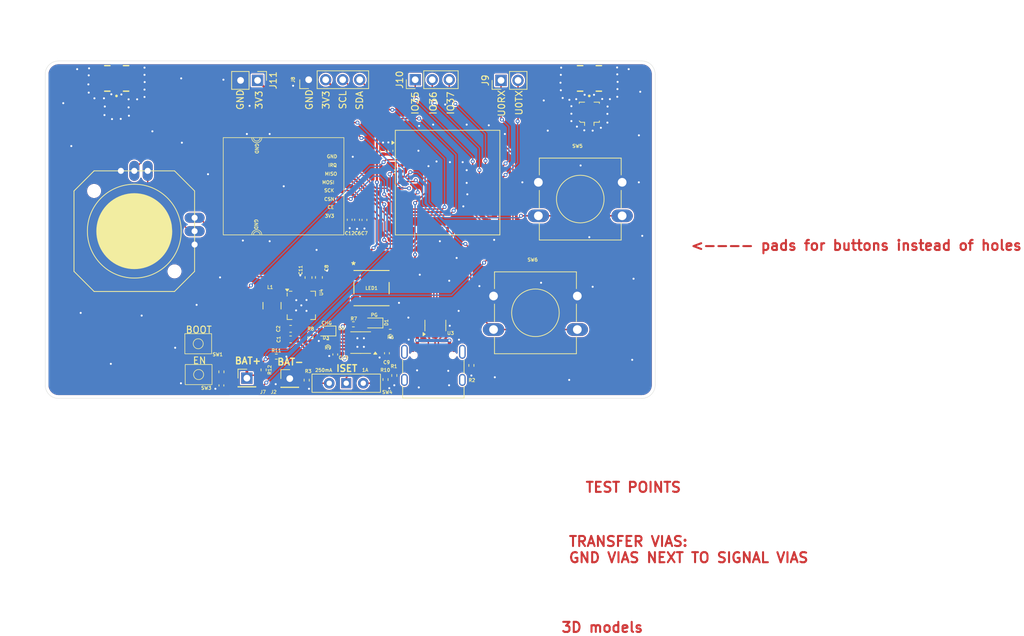
<source format=kicad_pcb>
(kicad_pcb (version 20240108) (generator "pcbnew") (generator_version "8.0")
  (layers (0 "F.Cu" signal) (1 "In1.Cu" signal) (2 "In2.Cu" signal) (31 "B.Cu" signal) (34 "B.Paste" user) (35 "F.Paste" user) (36 "B.SilkS" user "B.Silkscreen") (37 "F.SilkS" user "F.Silkscreen") (38 "B.Mask" user) (39 "F.Mask" user) (44 "Edge.Cuts" user))
  (net 0 "")
  (net 1 "/BUCKBOOST_IN")
  (net 2 "GND")
  (net 3 "Net-(D1-K)")
  (net 4 "/CE")
  (net 5 "Net-(D1-A)")
  (net 7 "Net-(D3-K)")
  (net 9 "Net-(D3-A)")
  (net 10 "Net-(U1-EN)")
  (net 11 "/SCL")
  (net 12 "/D+")
  (net 13 "/SPI2_MOSI")
  (net 14 "/SDA")
  (net 15 "Net-(L1-Pad1)")
  (net 16 "Net-(U1-IO0)")
  (net 17 "Net-(L1-Pad2)")
  (net 20 "/SPI2_CS0")
  (net 21 "/RGB_DIN")
  (net 22 "+3V3")
  (net 23 "/SPI2_CLK")
  (net 25 "/SPI2_MISO")
  (net 26 "Net-(SW4-C)")
  (net 28 "/D-")
  (net 30 "Net-(U3-VBUS)")
  (net 32 "Net-(J1-CC1)")
  (net 34 "Net-(J1-CC2)")
  (net 37 "Net-(J3-In)")
  (net 38 "Net-(J4-In)")
  (net 39 "Net-(U5-PRETERM)")
  (net 40 "Net-(U5-TS)")
  (net 41 "/Dusb+")
  (net 42 "/Dusb-")
  (net 43 "Net-(SW4-A)")
  (net 44 "/BAT_MON")
  (net 45 "Net-(SW4-B)")
  (net 46 "/UP_BTN")
  (net 47 "/DOWN_BTN")
  (net 54 "/GPIO35")
  (net 55 "/GPIO37")
  (net 56 "/GPIO36")
  (net 57 "/IRQ")
  (net 58 "/U0TX")
  (net 59 "/U0RX")
  (net 67 "/X_Joystick")
  (net 68 "/Y_Joystick")
  (footprint "Capacitor_SMD:C_0402_1005Metric" (layer "F.Cu") (at 101.725 120.42 90)
    (property "Reference" "C4" (hide yes))
    (property "Value" "100n" (hide yes))
  )
  (footprint "Capacitor_SMD:C_0402_1005Metric" (layer "F.Cu") (at 96.745 130.7 -90)
    (property "Reference" "C6")
    (property "Value" "1u")
  )
  (footprint "Resistor_SMD:R_0402_1005Metric" (layer "F.Cu") (at 89.23 154.63 90)
    (property "Reference" "R3")
    (property "Value" "2.1k")
  )
  (footprint "Inductor_SMD:1277AS-H-1R0M=P2" (layer "F.Cu") (at 84.0525 143.5225 90)
    (property "Reference" "L1")
    (property "Value" "1uH")
  )
  (footprint "Connector_PinHeader_2.54mm:PinHeader_1x01_P2.54mm_Vertical" (layer "F.Cu") (at 86.7 154.4)
    (property "Reference" "J2")
    (property "Value" "BAT-")
  )
  (footprint "Capacitor_SMD:C_0402_1005Metric" (layer "F.Cu") (at 97.845 130.72 -90)
    (property "Reference" "C7")
    (property "Value" "1u")
  )
  (footprint "Resistor_SMD:R_0402_1005Metric" (layer "F.Cu") (at 92.39 149)
    (property "Reference" "R9")
    (property "Value" "10k")
  )
  (footprint "Button_Switch_SMD:3x4x2mm button" (layer "F.Cu") (at 73.1 153.8 180)
    (property "Reference" "SW3")
    (property "Value" "EN")
  )
  (footprint "Button_Switch_THT:SW_Slide-03_Wuerth-WS-SLTV_10x2.5x6.4_P2.54mm" (layer "F.Cu") (at 95.13 155.09)
    (property "Reference" "SW4")
    (property "Value" "ISET_SW")
  )
  (footprint "Button_Switch_THT:SW_PUSH-12mm" (layer "F.Cu") (at 117.11 142.08)
    (property "Reference" "SW6")
    (property "Value" "SW_Push")
  )
  (footprint "LED_SMD:LED_0603_1608Metric" (layer "F.Cu") (at 99.1125 146.1 180)
    (property "Reference" "D1")
    (property "Value" "PG")
  )
  (footprint "Connector_PinHeader_2.54mm:PinHeader_1x02_P2.54mm_Vertical" (layer "F.Cu") (at 118.225 109.9 90)
    (property "Reference" "J9")
    (property "Value" "Conn_01x02_Socket")
  )
  (footprint "Capacitor_SMD:C_0603_1608Metric" (layer "F.Cu") (at 91.05 139.3 90)
    (property "Reference" "C8")
    (property "Value" "22u")
  )
  (footprint "Package_DFN_QFN:QFN-20-1EP_4x4mm_P0.5mm_EP2.5x2.5mm" (layer "F.Cu") (at 88.425 143.475)
    (property "Reference" "U4")
    (property "Value" "~")
  )
  (footprint "Capacitor_SMD:C_0603_1608Metric" (layer "F.Cu") (at 86.8275 146.9725 180)
    (property "Reference" "C2")
    (property "Value" "10u")
  )
  (footprint "Resistor_SMD:R_0402_1005Metric" (layer "F.Cu") (at 89.8 148.28 -90)
    (property "Reference" "R8")
    (property "Value" "1.5k")
  )
  (footprint "Button_Switch_THT:SW_PUSH-12mm" (layer "F.Cu") (at 123.8 125.11)
    (property "Reference" "SW5")
    (property "Value" "SW_Push")
  )
  (footprint "RF_Module:ESP32-S2-MINI-1U" (layer "F.Cu") (at 110.25 125.15)
    (property "Reference" "U1" (hide yes))
    (property "Value" "ESP32-S3-MINI-1U" (hide yes))
  )
  (footprint "Capacitor_SMD:C_0402_1005Metric" (layer "F.Cu") (at 101.2 150.62 -90)
    (property "Reference" "C9")
    (property "Value" "1u")
  )
  (footprint "Package_SO:HVSSOP-10-1EP_3x3mm_P0.5mm_EP1.57x1.88mm_ThermalVias" (layer "F.Cu") (at 97.2775 149.025 180)
    (property "Reference" "U5")
    (property "Value" "BQ24090DGQ")
  )
  (footprint "Resistor_SMD:R_0402_1005Metric" (layer "F.Cu") (at 84.69 151.12)
    (property "Reference" "R11")
    (property "Value" "220k")
  )
  (footprint "Capacitor_SMD:C_0402_1005Metric" (layer "F.Cu") (at 100.625 120.44 90)
    (property "Reference" "C5" (hide yes))
    (property "Value" "10u" (hide yes))
  )
  (footprint "LED_SMD:SparkFun_16347_AddressableRGB" (layer "F.Cu") (at 98.9 140.9)
    (property "Reference" "LED1")
    (property "Value" "Addressable_RGB_SparkFun16347")
  )
  (footprint "Button_Switch_SMD:3x4x2mm button" (layer "F.Cu") (at 73.04 149.2 180)
    (property "Reference" "SW1")
    (property "Value" "BOOT")
  )
  (footprint "Capacitor_SMD:C_0402_1005Metric" (layer "F.Cu") (at 93.49 150.8 -90)
    (property "Reference" "C10")
    (property "Value" "4.7u")
  )
  (footprint "Capacitor_SMD:C_0402_1005Metric" (layer "F.Cu") (at 76.5 155.42 -90)
    (property "Reference" "C3" (hide yes))
    (property "Value" "10u")
  )
  (footprint "Connector_PinHeader_2.54mm:PinHeader_1x04_P2.54mm_Vertical" (layer "F.Cu") (at 89.52 109.8 90)
    (property "Reference" "J8")
    (property "Value" "OLED")
  )
  (footprint "IPEX MHF4:IPEX_20449-001E-03" (layer "F.Cu") (at 60.85 113.8 180)
    (property "Reference" "J4" (hide yes))
    (property "Value" "MHF4")
  )
  (footprint "Connector_PinHeader_2.54mm:PinHeader_1x02_P2.54mm_Vertical" (layer "F.Cu") (at 81.9 109.9 -90)
    (property "Reference" "J11")
    (property "Value" "Conn_01x02_Socket")
  )
  (footprint "EBYTE:Ebyte E01 2G4M27SX" (layer "F.Cu") (at 84.345 125.42 -90)
    (property "Reference" "U2" (hide yes))
    (property "Value" "E01 2G4M27SX" (hide yes))
  )
  (footprint "Package_TO_SOT_SMD:SOT-23-6" (layer "F.Cu") (at 108.425 146.4775 90)
    (property "Reference" "U3")
    (property "Value" "USBLC6-2SC6" (hide yes))
  )
  (footprint "Connector_Coaxial:U.FL_Molex_MCRF_73412-0110_Vertical" (layer "F.Cu") (at 131.4 114.65 180)
    (property "Reference" "J3" (hide yes))
    (property "Value" "MHF1")
  )
  (footprint "Resistor_SMD:R_0402_1005Metric" (layer "F.Cu") (at 102.3 153.935 -90)
    (property "Reference" "R1")
    (property "Value" "5.1K" (hide yes))
  )
  (footprint "Resistor_SMD:R_0402_1005Metric" (layer "F.Cu") (at 100.99 154.54 90)
    (property "Reference" "R10")
    (property "Value" "540")
  )
  (footprint "Connector_PinHeader_2.54mm:PinHeader_1x03_P2.54mm_Vertical" (layer "F.Cu") (at 105.42 109.8 90)
    (property "Reference" "J10")
    (property "Value" "Conn_01x03_Socket")
  )
  (footprint "SMA-J-P-H-ST-EM1:SAMTEC_SMA-J-P-H-ST-EM1" (layer "F.Cu") (at 60.875 109.6 180)
    (property "Reference" "J6" (hide yes))
    (property "Value" "S3 SMA")
  )
  (footprint "Connector_USB:USB_C_Receptacle_G-Switch_GT-USB-7010ASV" (layer "F.Cu") (at 108.13 153.52)
    (property "Reference" "J1" (hide yes))
    (property "Value" "USB_C_Receptacle_USB2.0_14P" (hide yes))
  )
  (footprint "Resistor_SMD:R_0402_1005Metric" (layer "F.Cu") (at 113.8 152.435 -90)
    (property "Reference" "R2")
    (property "Value" "5.1K" (hide yes))
  )
  (footprint "Capacitor_SMD:C_0603_1608Metric" (layer "F.Cu") (at 89.5 139.32 90)
    (property "Reference" "C11")
    (property "Value" "22u")
  )
  (footprint "Connector_PinHeader_2.54mm:PinHeader_1x01_P2.54mm_Vertical" (layer "F.Cu") (at 80.3 154.33)
    (property "Reference" "J7")
    (property "Value" "BAT+")
  )
  (footprint "Resistor_SMD:R_0402_1005Metric" (layer "F.Cu") (at 101.69125 147.42625 180)
    (property "Reference" "R6")
    (property "Value" "2k")
  )
  (footprint "LED_SMD:LED_0603_1608Metric" (layer "F.Cu") (at 92.1 147.3 180)
    (property "Reference" "D3")
    (property "Value" "CHG")
  )
  (footprint "Resistor_SMD:R_0402_1005Metric" (layer "F.Cu") (at 82.8 153.1 90)
    (property "Reference" "R12")
    (property "Value" "220k")
  )
  (footprint "Capacitor_SMD:C_0402_1005Metric" (layer "F.Cu") (at 95.645 130.7 -90)
    (property "Reference" "C12")
    (property "Value" "1u")
  )
  (footprint "SMA-J-P-H-ST-EM1:SAMTEC_SMA-J-P-H-ST-EM1" (layer "F.Cu") (at 131.425 109.6 180)
    (property "Reference" "J5" (hide yes))
    (property "Value" "E01 SMA")
  )
  (footprint "Resistor_SMD:R_0402_1005Metric" (layer "F.Cu") (at 76.5 153.39 90)
    (property "Reference" "R5" (hide yes))
    (property "Value" "5.1K")
  )
  (footprint "Button_Switch_SMD:adafruit2765_miniThumbstick" (layer "F.Cu") (at 63.5 132.4)
    (property "Reference" "U6" (hide yes))
    (property "Value" "adafruit2765_miniThumbstick" (hide yes))
  )
  (footprint "Capacitor_SMD:C_0603_1608Metric" (layer "F.Cu") (at 86.8275 148.5525 180)
    (property "Reference" "C1")
    (property "Value" "10u")
  )
  (footprint "Resistor_SMD:R_0402_1005Metric" (layer "F.Cu") (at 96.19 146.3 180)
    (property "Reference" "R7")
    (property "Value" "1.5k")
  )
  (gr_line (start 139.23 157.36) (end 52.2 157.36) (stroke (width 0.05)) (layer "Edge.Cuts"))
  (gr_arc (start 50.2 109) (mid 50.785786 107.585786) (end 52.2 107) (stroke (width 0.05)) (layer "Edge.Cuts"))
  (gr_arc (start 141.23 155.36) (mid 140.644214 156.774214) (end 139.23 157.36) (stroke (width 0.05)) (layer "Edge.Cuts"))
  (gr_arc (start 139.23 107) (mid 140.644214 107.585786) (end 141.23 109) (stroke (width 0.05)) (layer "Edge.Cuts"))
  (gr_line (start 50.2 155.36) (end 50.2 109) (stroke (width 0.05)) (layer "Edge.Cuts"))
  (gr_line (start 52.2 107) (end 139.23 107) (stroke (width 0.05)) (layer "Edge.Cuts"))
  (gr_line (start 141.23 109) (end 141.23 155.36) (stroke (width 0.05)) (layer "Edge.Cuts"))
  (gr_arc (start 52.2 157.36) (mid 50.785786 156.774214) (end 50.2 155.36) (stroke (width 0.05)) (layer "Edge.Cuts"))
  (gr_text "TEST POINTS" (at 130.7 171.5 0) (layer "F.Cu") (effects (font (size 1.5 1.5) (thickness 0.3) (bold yes)) (justify left bottom)))
  (gr_text "TRANSFER VIAS:\nGND VIAS NEXT TO SIGNAL VIAS" (at 128.2 182 0) (layer "F.Cu") (effects (font (size 1.5 1.5) (thickness 0.3) (bold yes)) (justify left bottom)))
  (gr_text "<---- pads for buttons instead of holes" (at 146.4 135.4 0) (layer "F.Cu") (effects (font (size 1.5 1.5) (thickness 0.3) (bold yes)) (justify left bottom)))
  (gr_text "3D models" (at 127.1 192.4 0) (layer "F.Cu") (effects (font (size 1.5 1.5) (thickness 0.3) (bold yes)) (justify left bottom)))
  (gr_text "3V3" (at 92.7 114.3 90) (layer "F.SilkS") (effects (font (size 1 1)) (justify left bottom)))
  (gr_text "U0TX" (at 121.5 115.2 90) (layer "F.SilkS") (effects (font (size 1 1)) (justify left bottom)))
  (gr_text "GND" (at 79.9 114.4 90) (layer "F.SilkS") (effects (font (size 1 1)) (justify left bottom)))
  (gr_text "EN" (at 72.16 152.3 0) (layer "F.SilkS") (effects (font (size 1 1)) (justify left bottom)))
  (gr_text "GND" (at 90.2 114.4 90) (layer "F.SilkS") (effects (font (size 1 1)) (justify left bottom)))
  (gr_text "SCL" (at 95.2 114.3 90) (layer "F.SilkS") (effects (font (size 1 1)) (justify left bottom)))
  (gr_text "IO37" (at 111.3 115.1 90) (layer "F.SilkS") (effects (font (size 1 1)) (justify left bottom)))
  (gr_text "BAT+" (at 78.4 152.33 0) (layer "F.SilkS") (effects (font (size 1 1) (thickness 0.2) (bold yes)) (justify left bottom)))
  (gr_text "ISET" (at 95.21 153.46 0) (layer "F.SilkS") (effects (font (size 1 1) (thickness 0.2) (bold yes)) (justify bottom)))
  (gr_text "IO36" (at 108.7 115.1 90) (layer "F.SilkS") (effects (font (size 1 1)) (justify left bottom)))
  (gr_text "SDA" (at 97.7 114.4 90) (layer "F.SilkS") (effects (font (size 1 1)) (justify left bottom)))
  (gr_text "U0RX" (at 118.9 115.4 90) (layer "F.SilkS") (effects (font (size 1 1)) (justify left bottom)))
  (gr_text "PG" (at 99.3 145.2 0) (layer "F.SilkS") (effects (font (size 0.5 0.5) (thickness 0.1) (bold yes)) (justify bottom)))
  (gr_text "1A" (at 97.95 153.41 0) (layer "F.SilkS") (effects (font (size 0.5 0.5) (thickness 0.1) (bold yes)) (justify bottom)))
  (gr_text "CHG" (at 92.2 146.4 0) (layer "F.SilkS") (effects (font (size 0.5 0.5) (thickness 0.1) (bold yes)) (justify bottom)))
  (gr_text "BOOT" (at 71.1 147.7 0) (layer "F.SilkS") (effects (font (size 1 1)) (justify left bottom)))
  (gr_text "250mA" (at 91.76 153.44 0) (layer "F.SilkS") (effects (font (size 0.5 0.5) (thickness 0.1) (bold yes)) (justify bottom)))
  (gr_text "IO35" (at 106 115.1 90) (layer "F.SilkS") (effects (font (size 1 1)) (justify left bottom)))
  (gr_text "BAT-" (at 84.73 152.5 0) (layer "F.SilkS") (effects (font (size 1 1) (thickness 0.2) (bold yes)) (justify left bottom)))
  (gr_text "3V3" (at 82.7 114.3 90) (layer "F.SilkS") (effects (font (size 1 1)) (justify left bottom)))
  (segment (start 94.6 146.6) (end 94.9 146.3) (width 0.2) (layer "F.Cu") (net 1))
  (segment (start 89.28 150.23) (end 87.6025 148.5525) (width 0.3) (layer "F.Cu") (net 1))
  (segment (start 80.3 154.33) (end 80.73 153.9) (width 0.2) (layer "F.Cu") (net 1))
  (segment (start 87.925 145.4125) (end 87.925 145.97) (width 0.3) (layer "F.Cu") (net 1))
  (segment (start 82.42 153.9) (end 82.7 153.62) (width 0.2) (layer "F.Cu") (net 1))
  (segment (start 90.1 150.23) (end 89.28 150.23) (width 0.3) (layer "F.Cu") (net 1))
  (segment (start 91.638971 150.23) (end 90.1 150.23) (width 0.3) (layer "F.Cu") (net 1))
  (segment (start 89.8 149.93) (end 90.1 150.23) (width 0.2) (layer "F.Cu") (net 1))
  (segment (start 90.3625 144.7825) (end 90.3625 144.475) (width 0.3) (layer "F.Cu") (net 1))
  (segment (start 89.8 148.79) (end 89.8 149.93) (width 0.2) (layer "F.Cu") (net 1))
  (segment (start 82.98 149.52) (end 80.3 152.2) (width 0.4) (layer "F.Cu") (net 1))
  (segment (start 87.925 145.97) (end 87.6025 146.2925) (width 0.3) (layer "F.Cu") (net 1))
  (segment (start 94.9 146.3) (end 95.68 146.3) (width 0.2) (layer "F.Cu") (net 1))
  (segment (start 87.6025 148.5525) (end 86.635 149.52) (width 0.4) (layer "F.Cu") (net 1))
  (segment (start 95.1275 150.025) (end 93.735 150.025) (width 0.3) (layer "F.Cu") (net 1))
  (segment (start 89.425 145.4125) (end 89.7325 145.4125) (width 0.3) (layer "F.Cu") (net 1))
  (segment (start 87.6025 148.5525) (end 87.6025 146.9725) (width 0.3) (layer "F.Cu") (net 1))
  (segment (start 95.1275 151.1725) (end 95.1275 150.025) (width 0.2) (layer "F.Cu") (net 1))
  (segment (start 93.53 150.23) (end 91.638971 150.23) (width 0.3) (layer "F.Cu") (net 1))
  (segment (start 89.7325 145.4125) (end 90.3625 144.7825) (width 0.3) (layer "F.Cu") (net 1))
  (segment (start 94.9 151.4) (end 95.1275 151.1725) (width 0.2) (layer "F.Cu") (net 1))
  (segment (start 80.73 153.9) (end 82.42 153.9) (width 0.2) (layer "F.Cu") (net 1))
  (segment (start 87.6025 146.2925) (end 87.6025 146.9725) (width 0.3) (layer "F.Cu") (net 1))
  (segment (start 86.635 149.52) (end 82.98 149.52) (width 0.4) (layer "F.Cu") (net 1))
  (segment (start 80.3 152.2) (end 80.3 154.33) (width 0.4) (layer "F.Cu") (net 1))
  (segment (start 93.735 150.025) (end 93.53 150.23) (width 0.3) (layer "F.Cu") (net 1))
  (via (at 94.6 146.6) (size 0.6) (drill 0.3) (layers "F.Cu" "B.Cu") (net 1))
  (via (at 94.9 151.4) (size 0.6) (drill 0.3) (layers "F.Cu" "B.Cu") (net 1))
  (segment (start 94.6 146.6) (end 94.6 151.1) (width 0.2) (layer "B.Cu") (net 1))
  (segment (start 94.6 151.1) (end 94.9 151.4) (width 0.2) (layer "B.Cu") (net 1))
  (segment (start 88.1 109.8) (end 89.52 109.8) (width 0.2) (layer "F.Cu") (net 2))
  (segment (start 94.775 121.25) (end 96.05 121.25) (width 0.2) (layer "F.Cu") (net 2))
  (segment (start 86.4 151.12) (end 85.2 151.12) (width 0.2) (layer "F.Cu") (net 2))
  (segment (start 92.05 138.525) (end 92.2725 138.3025) (width 0.2) (layer "F.Cu") (net 2))
  (segment (start 90.3625 142.975) (end 88.925 142.975) (width 0.2) (layer "F.Cu") (net 2))
  (segment (start 103 143.1) (end 102.449999 142.549999) (width 0.2) (layer "F.Cu") (net 2))
  (segment (start 92.59 151.03) (end 92.8 151.03) (width 0.2) (layer "F.Cu") (net 2))
  (segment (start 89.27 155.62) (end 89.27 155.03) (width 0.2) (layer "F.Cu") (net 2))
  (segment (start 115.63 140.6) (end 117.11 142.08) (width 0.2) (layer "F.Cu") (net 2))
  (segment (start 79.36 109.9) (end 76.9 109.9) (width 0.2) (layer "F.Cu") (net 2))
  (segment (start 95.1275 148.525) (end 96.1725 148.525) (width 0.2) (layer "F.Cu") (net 2))
  (segment (start 111.33 149.215) (end 111.33 149.795) (width 0.5) (layer "F.Cu") (net 2))
  (segment (start 87.2 110.7) (end 88.1 109.8) (width 0.2) (layer "F.Cu") (net 2))
  (segment (start 102.29875 147.30125) (end 101.70125 147.89875) (width 0.2) (layer "F.Cu") (net 2))
  (segment (start 76.56 155.98) (end 76.54 156) (width 0.2) (layer "F.Cu") (net 2))
  (segment (start 99.4275 149.025) (end 97.2775 149.025) (width 0.2) (layer "F.Cu") (net 2))
  (segment (start 90.3625 143.475) (end 88.425 143.475) (width 0.2) (layer "F.Cu") (net 2))
  (segment (start 101.55 155.83) (end 100.99 155.27) (width 0.2) (layer "F.Cu") (net 2))
  (segment (start 95.645 131.18) (end 95.645 131.95) (width 0.3) (layer "F.Cu") (net 2))
  (segment (start 101.70125 147.89875) (end 101.70125 148.30125) (width 0.2) (layer "F.Cu") (net 2))
  (segment (start 85.43 154.4) (end 84.6 155.23) (width 0.3) (layer "F.Cu") (net 2))
  (segment (start 111.95 148.595) (end 111.33 149.215) (width 0.5) (layer "F.Cu") (net 2))
  (segment (start 92.96 151.19) (end 93.53 151.19) (width 0.2) (layer "F.Cu") (net 2))
  (segment (start 70.46 154.24) (end 70.9 153.8) (width 0.2) (layer "F.Cu") (net 2))
  (segment (start 100.99 155.27) (end 100.99 155.05) (width 0.2) (layer "F.Cu") (net 2))
  (segment (start 96.05 121.25) (end 96.1 121.3) (width 0.2) (layer "F.Cu") (net 2))
  (segment (start 70.46 155.1) (end 70.46 154.24) (width 0.2) (layer "F.Cu") (net 2))
  (segment (start 97.845 131.2) (end 97.845 132.01) (width 0.3) (layer "F.Cu") (net 2))
  (segment (start 96.745 132.055) (end 96.745 131.13) (width 0.3) (layer "F.Cu") (net 2))
  (segment (start 70.2 149.2) (end 69.6 149.8) (width 0.2) (layer "F.Cu") (net 2))
  (segment (start 101.725 119.94) (end 101.725 119.465) (width 0.2) (layer "F.Cu") (net 2))
  (segment (start 108.862501 146.515) (end 108.425 146.952501) (width 0.4) (layer "F.Cu") (net 2))
  (segment (start 110.575 146.515) (end 108.862501 146.515) (width 0.4) (layer "F.Cu") (net 2))
  (segment (start 91.05 138.525) (end 92.05 138.525) (width 0.2) (layer "F.Cu") (net 2))
  (segment (start 76.48 155.92) (end 75.6 155.92) (width 0.2) (layer "F.Cu") (net 2))
  (segment (start 131.9 140.7) (end 130.99 140.7) (width 0.2) (layer "F.Cu") (net 2))
  (segment (start 88.73 138.545) (end 88.2725 139.0025) (width 0.2) (layer "F.Cu") (net 2))
  (segment (start 86.4875 143.475) (end 88.425 143.475) (width 0.2) (layer "F.Cu") (net 2))
  (segment (start 86.7 154.4) (end 85.43 154.4) (width 0.3) (layer "F.Cu") (net 2))
  (segment (start 97.0675 148.815) (end 97.2775 149.025) (width 0.2) (layer "F.Cu") (net 2))
  (segment (start 85 151.12) (end 85.38 151.12) (width 0.2) (layer "F.Cu") (net 2))
  (segment (start 113.8 152.945) (end 113.8 153.945) (width 0.2) (layer "F.Cu") (net 2))
  (segment (start 96.1725 148.525) (end 96.4625 148.815) (width 0.2) (layer "F.Cu") (net 2))
  (segment (start 123.8 125.11) (end 121.41 125.11) (width 0.2) (layer "F.Cu") (net 2))
  (segment (start 104.45 148.595) (end 104.93 149.075) (width 0.5) (layer "F.Cu") (net 2))
  (segment (start 76.9 109.9) (end 76.8 109.8) (width 0.2) (layer "F.Cu") (net 2))
  (segment (start 91.03 148.785) (end 91.245 149) (width 0.2) (layer "F.Cu") (net 2))
  (segment (start 102.3 155.395) (end 102.3 154.445) (width 0.2) (layer "F.Cu") (net 2))
  (segment (start 70.84 149.2) (end 70.2 149.2) (width 0.2) (layer "F.Cu") (net 2))
  (segment (start 96.4625 148.815) (end 97.0675 148.815) (width 0.2) (layer "F.Cu") (net 2))
  (segment (start 92.8 151.03) (end 92.96 151.19) (width 0.2) (layer "F.Cu") (net 2))
  (segment (start 115 140.6) (end 115.63 140.6) (width 0.2) (layer "F.Cu") (net 2))
  (segment (start 101.725 119.465) (end 101.415 119.155) (width 0.2) (layer "F.Cu") (net 2))
  (segment (start 136.3 125.11) (end 138.79 125.11) (width 0.2) (layer "F.Cu") (net 2))
  (segment (start 102.449999 142.549999) (end 101.3384 142.549999) (width 0.2) (layer "F.Cu") (net 2))
  (segment (start 91.245 149) (end 91.88 149) (width 0.2) (layer "F.Cu") (net 2))
  (segment (start 89.5 138.545) (end 88.73 138.545) (width 0.2) (layer "F.Cu") (net 2))
  (segment (start 89.57 155.92) (end 89.27 155.62) (width 0.2) (layer "F.Cu") (net 2))
  (segment (start 100.205 151.15) (end 100.1 151.255) (width 0.3) (layer "F.Cu") (net 2))
  (segment (start 130.99 140.7) (end 129.61 142.08) (width 0.2) (layer "F.Cu") (net 2))
  (segment (start 100.625 119.96) (end 100.625 119.175) (width 0.2) (layer "F.Cu") (net 2))
  (segment (start 88.925 142.975) (end 88.425 143.475) (width 0.2) (layer "F.Cu") (net 2))
  (segment (start 104.93 149.075) (end 104.93 149.795) (width 0.5) (layer "F.Cu") (net 2))
  (segment (start 101.2 151.15) (end 100.205 151.15) (width 0.3) (layer "F.Cu") (net 2))
  (segment (start 138.79 125.11) (end 138.8 125.1) (width 0.2) (layer "F.Cu") (net 2))
  (via (at 101.55 155.83) (size 0.6) (drill 0.3) (layers "F.Cu" "B.Cu") (net 2))
  (via (at 127.2 108) (size 0.6) (drill 0.3) (layers "F.Cu" "B.Cu") (net 2))
  (via (at 96.1 121.3) (size 0.6) (drill 0.3) (layers "F.Cu" "B.Cu") (net 2))
  (via (at 110.35 153.245) (size 0.6) (drill 0.3) (layers "F.Cu" "B.Cu") (net 2))
  (via (at 62.7 115.175) (size 0.6) (drill 0.3) (layers "F.Cu" "B.Cu") (net 2))
  (via (at 111.9 144.3) (size 0.6) (drill 0.3) (layers "F.Cu" "B.Cu") (net 2))
  (via (at 66.2 117.5) (size 0.6) (drill 0.3) (layers "F.Cu" "B.Cu") (net 2))
  (via (at 105.95 155.72) (size 0.6) (drill 0.3) (layers "F.Cu" "B.Cu") (net 2))
  (via (at 70.46 155.1) (size 0.6) (drill 0.3) (layers "F.Cu" "B.Cu") (net 2))
  (via (at 74.5 123.9) (size 0.6) (drill 0.3) (layers "F.Cu" "B.Cu") (net 2))
  (via (at 127.15 109.075) (size 0.6) (drill 0.3) (layers "F.Cu" "B.Cu") (net 2))
  (via (at 56.75 108.1) (size 0.6) (drill 0.3) (layers "F.Cu" "B.Cu") (net 2))
  (via (at 54.975 108.225) (size 0.6) (drill 0.3) (layers "F.Cu" "B.Cu") (net 2))
  (via (at 124.6 112.9) (size 0.6) (drill 0.3) (layers "F.Cu" "B.Cu") (net 2))
  (via (at 80.7 113.7) (size 0.6) (drill 0.3) (layers "F.Cu" "B.Cu") (net 2))
  (via (at 58.975 112.575) (size 0.6) (drill 0.3) (layers "F.Cu" "B.Cu") (net 2))
  (via (at 62.65 113.925) (size 0.6) (drill 0.3) (layers "F.Cu" "B.Cu") (net 2))
  (via (at 90.7 135.2) (size 0.6) (drill 0.3) (layers "F.Cu" "B.Cu") (net 2))
  (via (at 69.6 149.8) (size 0.6) (drill 0.3) (layers "F.Cu" "B.Cu") (net 2))
  (via (at 133.125 116.975) (size 0.6) (drill 0.3) (layers "F.Cu" "B.Cu") (net 2))
  (via (at 109.9 113.5) (size 0.6) (drill 0.3) (layers "F.Cu" "B.Cu") (net 2))
  (via (at 92.2725 138.3025) (size 0.6) (drill 0.3) (layers "F.Cu" "B.Cu") (net 2))
  (via (at 108.6 122) (size 0.6) (drill 0.3) (layers "F.Cu" "B.Cu") (net 2))
  (via (at 76.8 109.8) (size 0.6) (drill 0.3) (layers "F.Cu" "B.Cu") (net 2))
  (via (at 127.425 112.525) (size 0.6) (drill 0.3) (layers "F.Cu" "B.Cu") (net 2))
  (via (at 63.925 112.725) (size 0.6) (drill 0.3) (layers "F.Cu" "B.Cu") (net 2))
  (via (at 101.415 119.155) (size 0.6) (drill 0.3) (layers "F.Cu" "B.Cu") (net 2))
  (via (at 113.8 153.945) (size 0.6) (drill 0.3) (layers "F.Cu" "B.Cu") (net 2))
  (via (at 138.8 118.1) (size 0.6) (drill 0.3) (layers "F.Cu" "B.Cu") (net 2))
  (via (at 113.1 123.3) (size 0.6) (drill 0.3) (layers "F.Cu" "B.Cu") (net 2))
  (via (at 137.8 151.6) (size 0.6) (drill 0.3) (layers "F.Cu" "B.Cu") (net 2))
  (via (at 59.05 115.075) (size 0.6) (drill 0.3) (layers "F.Cu" "B.Cu") (net 2))
  (via (at 106.1 138.9) (size 0.6) (drill 0.3) (layers "F.Cu" "B.Cu") (net 2))
  (via (at 60.075 111.975) (size 0.6) (drill 0.3) (layers "F.Cu" "B.Cu") (net 2))
  (via (at 54.1 119.7) (size 0.6) (drill 0.3) (layers "F.Cu" "B.Cu") (net 2))
  (via (at 137.275 108.225) (size 0.6) (drill 0.3) (layers "F.Cu" "B.Cu") (net 2))
  (via (at 88.425 143.475) (size 0.6) (drill 0.3) (layers "F.Cu" "B.Cu") (net 2))
  (via (at 52.9 113.3) (size 0.6) (drill 0.3) (layers "F.Cu" "B.Cu") (net 2))
  (via (at 135.575 112.35) (size 0.6) (drill 0.3) (layers "F.Cu" "B.Cu") (net 2))
  (via (at 100.1 151.255) (size 0.6) (drill 0.3) (layers "F.Cu" "B.Cu") (net 2))
  (via (at 56.7 109.15) (size 0.6) (drill 0.3) (layers "F.Cu" "B.Cu") (net 2))
  (via (at 106 116.7) (size 0.6) (drill 0.3) (layers "F.Cu" "B.Cu") (net 2))
  (via (at 65.025 108) (size 0.6) (drill 0.3) (layers "F.Cu" "B.Cu") (net 2))
  (via (at 55.5 144.6) (size 0.6) (drill 0.3) (layers "F.Cu" "B.Cu") (net 2))
  (via (at 89.1975 142.6725) (size 0.6) (drill 0.3) (layers "F.Cu" "B.Cu") (net 2))
  (via (at 138.79 125.11) (size 0.6) (drill 0.3) (layers "F.Cu" "B.Cu") (net 2))
  (via (at 115 140.6) (size 0.6) (drill 0.3) (layers "F.Cu" "B.Cu") (net 2))
  (via (at 62.65 112.725) (size 0.6) (drill 0.3) (layers "F.Cu" "B.Cu") (net 2))
  (via (at 61.575 112) (size 0.6) (drill 0.3) (layers "F.Cu" "B.Cu") (net 2))
  (via (at 111.6 136.4) (size 0.6) (drill 0.3) (layers "F.Cu" "B.Cu") (net 2))
  (via (at 101.70125 148.30125) (size 0.6) (drill 0.3) (layers "F.Cu" "B.Cu") (net 2))
  (via (at 138 139.5) (size 0.6) (drill 0.3) (layers "F.Cu" "B.Cu") (net 2))
  (via (at 87.6475 144.2225) (size 0.6) (drill 0.3) (layers "F.Cu" "B.Cu") (net 2))
  (via (at 139.3 133.1) (size 0.6) (drill 0.3) (layers "F.Cu" "B.Cu") (net 2))
  (via (at 60.175 115.675) (size 0.6) (drill 0.3) (layers "F.Cu" "B.Cu") (net 2))
  (via (at 118.8 117.9) (size 0.6) (drill 0.3) (layers "F.Cu" "B.Cu") (net 2))
  (via (at 135.625 110.125) (size 0.6) (drill 0.3) (layers "F.Cu" "B.Cu") (net 2))
  (via (at 127.15 111.375) (size 0.6) (drill 0.3) (layers "F.Cu" "B.Cu") (net 2))
  (via (at 83.7 117.9) (size 0.6) (drill 0.3) (layers "F.Cu" "B.Cu") (net 2))
  (via (at 113.1 116.5) (size 0.6) (drill 0.3) (layers "F.Cu" "B.Cu") (net 2))
  (via (at 112.5 122.1) (size 0.6) (drill 0.3) (layers "F.Cu" "B.Cu") (net 2))
  (via (at 87.2 110.7) (size 0.6) (drill 0.3) (layers "F.Cu" "B.Cu") (net 2))
  (via (at 59.1 113.8) (size 0.6) (drill 0.3) (layers "F.Cu" "B.Cu") (net 2))
  (via (at 139 111.6) (size 0.6) (drill 0.3) (layers "F.Cu" "B.Cu") (net 2))
  (via (at 134.1 114.9) (size 0.6) (drill 0.3) (layers "F.Cu" "B.Cu") (net 2))
  (via (at 107.4 122.7) (size 0.6) (drill 0.3) (layers "F.Cu" "B.Cu") (net 2))
  (via (at 132.1 112.05) (size 0.6) (drill 0.3) (layers "F.Cu" "B.Cu") (net 2))
  (via (at 127.1 110.25) (size 0.6) (drill 0.3) (layers "F.Cu" "B.Cu") (net 2))
  (via (at 88.2725 139.0025) (size 0.6) (drill 0.3) (layers "F.Cu" "B.Cu") (net 2))
  (via (at 89.57 155.92) (size 0.6) (drill 0.3) (layers "F.Cu" "B.Cu") (net 2))
  (via (at 89.1975 144.2975) (size 0.6) (drill 0.3) (layers "F.Cu" "B.Cu") (net 2))
  (via (at 135.6 111.2) (size 0.6) (drill 0.3) (layers "F.Cu" "B.Cu") (net 2))
  (via (at 104.4 145.3) (size 0.6) (drill 0.3) (layers "F.Cu" "B.Cu") (net 2))
  (via (at 91.03 148.785) (size 0.6) (drill 0.3) (layers "F.Cu" "B.Cu") (net 2))
  (via (at 70.5 109.6) (size 0.6) (drill 0.3) (layers "F.Cu" "B.Cu") (net 2))
  (via (at 125.2 117.4) (size 0.6) (drill 0.3) (layers "F.Cu" "B.Cu") (net 2))
  (via (at 105.9 120.4) (size 0.6) (drill 0.3) (layers "F.Cu" "B.Cu") (net 2))
  (via (at 87.6725 142.6975) (size 0.6) (drill 0.3) (layers "F.Cu" "B.Cu") (net 2))
  (via (at 102.3 155.395) (size 0.6) (drill 0.3) (layers "F.Cu" "B.Cu") (net 2))
  (via (at 65.05 110.15) (size 0.6) (drill 0.3) (layers "F.Cu" "B.Cu") (net 2))
  (via (at 75.6 155.92) (size 0.6) (drill 0.3) (layers "F.Cu" "B.Cu") (net 2))
  (via (at 60 152.2) (size 0.6) (drill 0.3) (layers "F.Cu" "B.Cu") (net 2))
  (via (at 113.2 126.9) (size 0.6) (drill 0.3) (layers "F.Cu" "B.Cu") (net 2))
  (via (at 95.645 131.95) (size 0.6) (drill 0.3) (layers "F.Cu" "B.Cu") (net 2))
  (via (at 84.6 155.23) (size 0.6) (drill 0.3) (layers "F.Cu" "B.Cu") (net 2))
  (via (at 65.025 111.275) (size 0.6) (drill 0.3) (layers "F.Cu" "B.Cu") (net 2))
  (via (at 96.745 132.055) (size 0.6) (drill 0.3) (layers "F.Cu" "B.Cu") (net 2))
  (via (at 128.425 112.8) (size 0.6) (drill 0.3) (layers "F.Cu" "B.Cu") (net 2))
  (via (at 85.8 125.7) (size 0.6) (drill 0.3) (layers "F.Cu" "B.Cu") (net 2))
  (via (at 130.65 117.35) (size 0.6) (drill 0.3) (layers "F.Cu" "B.Cu") (net 2))
  (via (at 80.3 117.9) (size 0.6) (drill 0.3) (layers "F.Cu" "B.Cu") (net 2))
  (via (at 100.625 119.175) (size 0.6) (drill 0.3) (layers "F.Cu" "B.Cu") (net 2))
  (via (at 133.325 112.675) (size 0.6) (drill 0.3) (layers "F.Cu" "B.Cu") (net 2))
  (via (at 72.8 143.4) (size 0.6) (drill 0.3) (layers "F.Cu" "B.Cu") (net 2))
  (via (at 108.1 116.5) (size 0.6) (drill 0.3) (layers "F.Cu" "B.Cu") (net 2))
  (via (at 130.7 112.05) (size 0.6) (drill 0.3) (layers "F.Cu" "B.Cu") (net 2))
  (via (at 134.125 113.8) (size 0.6) (drill 0.3) (layers "F.Cu" "B.Cu") (net 2))
  (via (at 129.55 116.8) (size 0.6) (drill 0.3) (layers "F.Cu" "B.Cu") (net 2))
  (via (at 135.55 107.975) (size 0.6) (drill 0.3) (layers "F.Cu" "B.Cu") (net 2))
  (via (at 65.025 109.075) (size 0.6) (drill 0.3) (layers "F.Cu" "B.Cu") (net 2))
  (via (at 131.9 117.4) (size 0.6) (drill 0.3) (layers "F.Cu" "B.Cu") (net 2))
  (via (at 134.1 116.2) (size 0.6) (drill 0.3) (layers "F.Cu" "B.Cu") (net 2))
  (via (at 134.475 112.7) (size 0.6) (drill 0.3) (layers "F.Cu" "B.Cu") (net 2))
  (via (at 104.45 148.595) (size 0.6) (drill 0.3) (layers "F.Cu" "B.Cu") (net 2))
  (via (at 129.45 112.7) (size 0.6) (drill 0.3) (layers "F.Cu" "B.Cu") (net 2))
  (via (at 64.6 145) (size 0.6) (drill 0.3) (layers "F.Cu" "B.Cu") (net 2))
  (via (at 110.5 139.8) (size 0.6) (drill 0.3) (layers "F.Cu" "B.Cu") (net 2))
  (via (at 65.025 112.375) (size 0.6) (drill 0.3) (layers "F.Cu" "B.Cu") (net 2))
  (via (at 116.4 116.6) (size 0.6) (drill 0.3) (layers "F.Cu" "B.Cu") (net 2))
  (via (at 124.2 140.1) (size 0.6) (drill 0.3) (layers "F.Cu" "B.Cu") (net 2))
  (via (at 117.3 154.2) (size 0.6) (drill 0.3) (layers "F.Cu" "B.Cu") (net 2))
  (via (at 128.4 154.6) (size 0.6) (drill 0.3) (layers "F.Cu" "B.Cu") (net 2))
  (via (at 128.725 113.75) (size 0.6) (drill 0.3) (layers "F.Cu" "B.Cu") (net 2))
  (via (at 130.1 122.6) (size 0.6) (drill 0.3) (layers "F.Cu" "B.Cu") (net 2))
  (via (at 105.7 153.17) (size 0.6) (drill 0.3) (layers "F.Cu" "B.Cu") (net 2))
  (via (at 135.575 109) (size 0.6) (drill 0.3) (layers "F.Cu" "B.Cu") (net 2))
  (via (at 83.7 133.9) (size 0.6) (drill 0.3) (layers "F.Cu" "B.Cu") (net 2))
  (via (at 110.475 155.395) (size 0.6) (drill 0.3) (layers "F.Cu" "B.Cu") (net 2))
  (via (at 117.2 133.7) (size 0.6) (drill 0.3) (layers "F.Cu" "B.Cu") (net 2))
  (via (at 86.2 151.12) (size 0.6) (drill 0.3) (layers "F.Cu" "B.Cu") (net 2))
  (via (at 121.41 125.11) (size 0.6) (drill 0.3) (layers "F.Cu" "B.Cu") (net 2))
  (via (at 57.55 112.575) (size 0.6) (drill 0.3) (layers "F.Cu" "B.Cu") (net 2))
  (via (at 110.575 146.515) (size 0.6) (drill 0.3) (layers "F.Cu" "B.Cu") (net 2))
  (via (at 109.1 133.9) (size 0.6) (drill 0.3) (layers "F.Cu" "B.Cu") (net 2))
  (via (at 79.7 133.8) (size 0.6) (drill 0.3) (layers "F.Cu" "B.Cu") (net 2))
  (via (at 110.6 122.1) (size 0.6) (drill 0.3) (layers "F.Cu" "B.Cu") (net 2))
  (via (at 97.845 132.01) (size 0.6) (drill 0.3) (layers "F.Cu" "B.Cu") (net 2))
  (via (at 131.9 140.7) (size 0.6) (drill 0.3) (layers "F.Cu" "B.Cu") (net 2))
  (via (at 92.59 151.03) (size 0.6) (drill 0.3) (layers "F.Cu" "B.Cu") (net 2))
  (via (at 61.475 115.65) (size 0.6) (drill 0.3) (layers "F.Cu" "B.Cu") (net 2))
  (via (at 56.7 111.725) (size 0.6) (drill 0.3) (layers "F.Cu" "B.Cu") (net 2))
  (via (at 76.3 139.3) (size 0.6) (drill 0.3) (layers "F.Cu" "B.Cu") (net 2))
  (via (at 128.725 115.975) (size 0.6) (drill 0.3) (layers "F.Cu" "B.Cu") (net 2))
  (via (at 113.1 125.2) (size 0.6) (drill 0.3) (layers "F.Cu" "B.Cu") (net 2))
  (via (at 70.6 119.2) (size 0.6) (drill 0.3) (layers "F.Cu" "B.Cu") (net 2))
  (via (at 128.725 114.875) (size 0.6) (drill 0.3) (layers "F.Cu" "B.Cu") (net 2))
  (via (at 103 143.1) (size 0.6) (drill 0.3) (layers "F.Cu" "B.Cu") (net 2))
  (via (at 111.95 148.595) (size 0.6) (drill 0.3) (layers "F.Cu" "B.Cu") (net 2))
  (via (at 56.65 110.5) (size 0.6) (drill 0.3) (layers "F.Cu" "B.Cu") (net 2))
  (via (at 112.6 128.7) (size 0.6) (drill 0.3) (layers "F.Cu" "B.Cu") (net 2))
  (via (at 131.4 133.3) (size 0.6) (drill 0.3) (layers "F.Cu" "B.Cu") (net 2))
  (segment (start 99.4275 146.5725) (end 99.9 146.1) (width 0.2) (layer "F.Cu") (net 3))
  (segment (start 99.4275 148.025) (end 99.4275 146.5725) (width 0.2) (layer "F.Cu") (net 3))
  (segment (start 99.9 146.1) (end 99.9 146.145) (width 0.2) (layer "F.Cu") (net 3))
  (segment (start 99.9 146.145) (end 99.7 146.345) (width 0.2) (layer "F.Cu") (net 3))
  (segment (start 99.6 130.7) (end 99.6 134) (width 0.2) (layer "F.Cu") (net 4))
  (segment (start 100.6 135) (end 104.8 135) (width 0.2) (layer "F.Cu") (net 4))
  (segment (start 99.6 134) (end 100.6 135) (width 0.2) (layer "F.Cu") (net 4))
  (segment (start 97.77 128.87) (end 99.6 130.7) (width 0.2) (layer "F.Cu") (net 4))
  (segment (start 94.765 128.87) (end 97.77 128.87) (width 0.2) (layer "F.Cu") (net 4))
  (segment (start 106 133.8) (end 106 132.15) (width 0.2) (layer "F.Cu") (net 4))
  (segment (start 104.8 135) (end 106 133.8) (width 0.2) (layer "F.Cu") (net 4))
  (segment (start 96.9 146.1) (end 96.7 146.3) (width 0.2) (layer "F.Cu") (net 5))
  (segment (start 98.325 146.1) (end 96.9 146.1) (width 0.2) (layer "F.Cu") (net 5))
  (segment (start 94.37009 149.025) (end 92.8875 147.54241) (width 0.2) (layer "F.Cu") (net 7))
  (segment (start 95.1275 149.025) (end 94.37009 149.025) (width 0.2) (layer "F.Cu") (net 7))
  (segment (start 92.8875 147.54241) (end 92.8875 147.3) (width 0.2) (layer "F.Cu") (net 7))
  (segment (start 91.3125 147.3) (end 90.27 147.3) (width 0.2) (layer "F.Cu") (net 9))
  (segment (start 90.27 147.3) (end 89.8 147.77) (width 0.2) (layer "F.Cu") (net 9))
  (segment (start 81.8 156.4) (end 77.96 156.4) (width 0.2) (layer "F.Cu") (net 10))
  (segment (start 120 132.8) (end 120 120.9) (width 0.2) (layer "F.Cu") (net 10))
  (segment (start 118.3 119.2) (end 117.25 119.2) (width 0.2) (layer "F.Cu") (net 10))
  (segment (start 77.96 156.4) (end 76.5 154.94) (width 0.2) (layer "F.Cu") (net 10))
  (segment (start 120 120.9) (end 118.3 119.2) (width 0.2) (layer "F.Cu") (net 10))
  (segment (start 83.2 155) (end 81.8 156.4) (width 0.2) (layer "F.Cu") (net 10))
  (segment (start 76.5 153.9) (end 76.5 154.94) (width 0.2) (layer "F.Cu") (net 10))
  (segment (start 75.36 153.9) (end 75.26 153.8) (width 0.2) (layer "F.Cu") (net 10))
  (segment (start 115.7 137.1) (end 120 132.8) (width 0.2) (layer "F.Cu") (net 10))
  (segment (start 76.5 153.9) (end 75.36 153.9) (width 0.2) (layer "F.Cu") (net 10))
  (via (at 115.7 137.1) (size 0.6) (drill 0.3) (layers "F.Cu" "B.Cu") (net 10))
  (via (at 83.2 155) (size 0.6) (drill 0.3) (layers "F.Cu" "B.Cu") (net 10))
  (segment (start 83.2 155) (end 96.250001 141.949999) (width 0.2) (layer "B.Cu") (net 10))
  (segment (start 110.850001 141.949999) (end 115.7 137.1) (width 0.2) (layer "B.Cu") (net 10))
  (segment (start 96.250001 141.949999) (end 110.850001 141.949999) (width 0.2) (layer "B.Cu") (net 10))
  (segment (start 103.9 129.4) (end 103.25 129.4) (width 0.2) (layer "F.Cu") (net 11))
  (segment (start 111.15 129.35) (end 110.5 130) (width 0.2) (layer "F.Cu") (net 11))
  (segment (start 94.7 109.8) (end 94.6 109.8) (width 0.2) (layer "F.Cu") (net 11))
  (segment (start 100.5 115.6) (end 94.7 109.8) (width 0.2) (layer "F.Cu") (net 11))
  (segment (start 104.5 130) (end 103.9 129.4) (width 0.2) (layer "F.Cu") (net 11))
  (segment (start 106 115.6) (end 100.5 115.6) (width 0.2) (layer "F.Cu") (net 11))
  (segment (start 110.5 130) (end 104.5 130) (width 0.2) (layer "F.Cu") (net 11))
  (via (at 111.15 129.35) (size 0.6) (drill 0.3) (layers "F.Cu" "B.Cu") (net 11))
  (via (at 106 115.6) (size 0.6) (drill 0.3) (layers "F.Cu" "B.Cu") (net 11))
  (segment (start 111.5 121) (end 111.5 129) (width 0.2) (layer "B.Cu") (net 11))
  (segment (start 106.1 115.6) (end 111.5 121) (width 0.2) (layer "B.Cu") (net 11))
  (segment (start 111.5 129) (end 111.15 129.35) (width 0.2) (layer "B.Cu") (net 11))
  (segment (start 106 115.6) (end 106.1 115.6) (width 0.2) (layer "B.Cu") (net 11))
  (segment (start 109.375 145.34) (end 109.375 144.346249) (width 0.2) (layer "F.Cu") (net 12))
  (segment (start 111.1 132.750001) (end 111.1 132.15) (width 0.2) (layer "F.Cu") (net 12))
  (segment (start 108.65 143.621249) (end 108.65 136.7682) (width 0.2) (layer "F.Cu") (net 12))
  (segment (start 110.9 132.950001) (end 111.1 132.750001) (width 0.2) (layer "F.Cu") (net 12))
  (segment (start 108.65 136.7682) (end 110.9 134.5182) (width 0.2) (layer "F.Cu") (net 12))
  (segment (start 109.375 144.346249) (end 108.65 143.621249) (width 0.2) (layer "F.Cu") (net 12))
  (segment (start 110.9 134.5182) (end 110.9 132.950001) (width 0.2) (layer "F.Cu") (net 12))
  (segment (start 96.16 125.06) (end 102.2 131.1) (width 0.2) (layer "F.Cu") (net 13))
  (segment (start 102.2 131.1) (end 103.25 131.1) (width 0.2) (layer "F.Cu") (net 13))
  (segment (start 94.775 125.06) (end 96.16 125.06) (width 0.2) (layer "F.Cu") (net 13))
  (segment (start 104.25 128.55) (end 103.25 128.55) (width 0.2) (layer "F.Cu") (net 14))
  (segment (start 101.64 114.3) (end 97.14 109.8) (width 0.2) (layer "F.Cu") (net 14))
  (segment (start 102 114.3) (end 101.64 114.3) (width 0.2) (layer "F.Cu") (net 14))
  (segment (start 104.8 129.1) (end 104.25 128.55) (width 0.2) (layer "F.Cu") (net 14))
  (segment (start 109.5 129.1) (end 104.8 129.1) (width 0.2) (layer "F.Cu") (net 14))
  (segment (start 109.8 128.8) (end 109.5 129.1) (width 0.2) (layer "F.Cu") (net 14))
  (via (at 102 114.3) (size 0.6) (drill 0.3) (layers "F.Cu" "B.Cu") (net 14))
  (via (at 109.8 128.8) (size 0.6) (drill 0.3) (layers "F.Cu" "B.Cu") (net 14))
  (segment (start 109.8 121.6) (end 109.8 128.8) (width 0.2) (layer "B.Cu") (net 14))
  (segment (start 102 114.3) (end 102.5 114.3) (width 0.2) (layer "B.Cu") (net 14))
  (segment (start 102.5 114.3) (end 109.8 121.6) (width 0.2) (layer "B.Cu") (net 14))
  (segment (start 86.4875 143.975) (end 86.4875 144.475) (width 0.2) (layer "F.Cu") (net 15))
  (segment (start 86.4875 144.475) (end 84.54 144.475) (width 0.2) (layer "F.Cu") (net 15))
  (segment (start 84.54 144.475) (end 84.0525 144.9625) (width 0.2) (layer "F.Cu") (net 15))
  (segment (start 100.7 122.1) (end 101.05 121.75) (width 0.2) (layer "F.Cu") (net 16))
  (segment (start 80.9 140.5) (end 78.5 142.9) (width 0.2) (layer "F.Cu") (net 16))
  (segment (start 78.5 145.6) (end 75.2 148.9) (width 0.2) (layer "F.Cu") (net 16))
  (segment (start 75.2 148.9) (end 75.2 149.2) (width 0.2) (layer "F.Cu") (net 16))
  (segment (start 78.5 142.9) (end 78.5 145.6) (width 0.2) (layer "F.Cu") (net 16))
  (segment (start 101.05 121.75) (end 103.25 121.75) (width 0.2) (layer "F.Cu") (net 16))
  (via (at 100.7 122.1) (size 0.6) (drill 0.3) (layers "F.Cu" "B.Cu") (net 16))
  (via (at 80.9 140.5) (size 0.6) (drill 0.3) (layers "F.Cu" "B.Cu") (net 16))
  (segment (start 86.5 134.9) (end 82.65 138.75) (width 0.2) (layer "B.Cu") (net 16))
  (segment (start 98.7 122.7) (end 86.5 134.9) (width 0.2) (layer "B.Cu") (net 16))
  (segment (start 100.1 122.7) (end 98.7 122.7) (width 0.2) (layer "B.Cu") (net 16))
  (segment (start 100.7 122.1) (end 100.1 122.7) (width 0.2) (layer "B.Cu") (net 16))
  (segment (start 82.65 138.75) (end 80.9 140.5) (width 0.2) (layer "B.Cu") (net 16))
  (segment (start 86.4875 142.475) (end 84.445 142.475) (width 0.2) (layer "F.Cu") (net 17))
  (segment (start 84.445 142.475) (end 84.0525 142.0825) (width 0.2) (layer "F.Cu") (net 17))
  (segment (start 86.4875 142.975) (end 86.4875 142.475) (width 0.2) (layer "F.Cu") (net 17))
  (segment (start 102.75 130.25) (end 103.25 130.25) (width 0.2) (layer "F.Cu") (net 20))
  (segment (start 102 128.1) (end 102 129.5) (width 0.2) (layer "F.Cu") (net 20))
  (segment (start 94.765 127.6) (end 95.8 127.6) (width 0.2) (layer "F.Cu") (net 20))
  (segment (start 102 129.5) (end 102.75 130.25) (width 0.2) (layer "F.Cu") (net 20))
  (segment (start 100.8 126.9) (end 102 128.1) (width 0.2) (layer "F.Cu") (net 20))
  (via (at 100.8 126.9) (size 0.6) (drill 0.3) (layers "F.Cu" "B.Cu") (net 20))
  (via (at 95.8 127.6) (size 0.6) (drill 0.3) (layers "F.Cu" "B.Cu") (net 20))
  (segment (start 100.8 124.9) (end 100.1 124.2) (width 0.2) (layer "B.Cu") (net 20))
  (segment (start 99.2 124.2) (end 95.8 127.6) (width 0.2) (layer "B.Cu") (net 20))
  (segment (start 100.8 126.9) (end 100.8 124.9) (width 0.2) (layer "B.Cu") (net 20))
  (segment (start 100.1 124.2) (end 99.2 124.2) (width 0.2) (layer "B.Cu") (net 20))
  (segment (start 105.4 135.9) (end 105.4 136.3) (width 0.2) (layer "F.Cu") (net 21))
  (segment (start 106.9 123.7) (end 105.8 122.6) (width 0.2) (layer "F.Cu") (net 21))
  (segment (start 105.4 128.2) (end 106.9 126.7) (width 0.2) (layer "F.Cu") (net 21))
  (segment (start 106.9 126.7) (end 106.9 123.7) (width 0.2) (layer "F.Cu") (net 21))
  (segment (start 105.4 136.3) (end 102.449999 139.250001) (width 0.2) (layer "F.Cu") (net 21))
  (segment (start 102.449999 139.250001) (end 101.3384 139.250001) (width 0.2) (layer "F.Cu") (net 21))
  (segment (start 105.8 122.6) (end 103.25 122.6) (width 0.2) (layer "F.Cu") (net 21))
  (via (at 105.4 128.2) (size 0.6) (drill 0.3) (layers "F.Cu" "B.Cu") (net 21))
  (via (at 105.4 135.9) (size 0.6) (drill 0.3) (layers "F.Cu" "B.Cu") (net 21))
  (segment (start 105.4 135.9) (end 105.4 128.2) (width 0.2) (layer "B.Cu") (net 21))
  (segment (start 80.2 142.4) (end 80.2 149.18) (width 0.2) (layer "F.Cu") (net 22))
  (segment (start 88.925 141.5375) (end 88.925 140.67) (width 0.3) (layer "F.Cu") (net 22))
  (segment (start 98.8 130.885001) (end 98.154999 130.24) (width 0.3) (layer "F.Cu") (net 22))
  (segment (start 91.05 140.075) (end 92.725 140.075) (width 0.3) (layer "F.Cu") (net 22))
  (segment (start 79.65 136.85) (end 78.1 135.3) (width 0.2) (layer "F.Cu") (net 22))
  (segment (start 87.425 141.5375) (end 85.0875 139.2) (width 0.2) (layer "F.Cu") (net 22))
  (segment (start 90.3625 142.475) (end 90.3625 141.1925) (width 0.2) (layer "F.Cu") (net 22))
  (segment (start 93.549999 139.250001) (end 96.4616 139.250001) (width 0.3) (layer "F.Cu") (net 22))
  (segment (start 97.4 135.4) (end 98.7 135.4) (width 0.3) (layer "F.Cu") (net 22))
  (segment (start 94.845 130.22) (end 94.765 130.14) (width 0.2) (layer "F.Cu") (net 22))
  (segment (start 100.605 120.94) (end 100.625 120.92) (width 0.4) (layer "F.Cu") (net 22))
  (segment (start 79.1 136.3) (end 70.8 136.3) (width 0.2) (layer "F.Cu") (net 22))
  (segment (start 99.7 125.1) (end 99.7 117.44) (width 0.3) (layer "F.Cu") (net 22))
  (segment (start 100.36 120.94) (end 100.605 120.94) (width 0.3) (layer "F.Cu") (net 22))
  (segment (start 96.745 130.22) (end 95.645 130.22) (width 0.4) (layer "F.Cu") (net 22))
  (segment (start 85.42 113.42) (end 81.9 109.9) (width 0.3) (layer "F.Cu") (net 22))
  (segment (start 98.15 134.65) (end 98.8 134) (width 0.3) (layer "F.Cu") (net 22))
  (segment (start 97.645 130.205) (end 96.76 130.205) (width 0.4) (layer "F.Cu") (net 22))
  (segment (start 65.5 131) (end 65.5 123.4) (width 0.2) (layer "F.Cu") (net 22))
  (segment (start 83.4 139.2) (end 80.2 142.4) (width 0.2) (layer "F.Cu") (net 22))
  (segment (start 97.2 135.6) (end 97.4 135.4) (width 0.3) (layer "F.Cu") (net 22))
  (segment (start 82 139.2) (end 78.1 135.3) (width 0.2) (layer "F.Cu") (net 22))
  (segment (start 100.625 120.92) (end 101.705 120.92) (width 0.4) (layer "F.Cu") (net 22))
  (segment (start 95.68 113.42) (end 85.42 113.42) (width 0.3) (layer "F.Cu") (net 22))
  (segment (start 99.7 125.1) (end 99.7 121.6) (width 0.3) (layer "F.Cu") (net 22))
  (segment (start 70.8 136.3) (end 65.5 131) (width 0.2) (layer "F.Cu") (net 22))
  (segment (start 90.3625 141.1925) (end 89.5 140.33) (width 0.2) (layer "F.Cu") (net 22))
  (segment (start 92.725 140.075) (end 93.549999 139.250001) (width 0.3) (layer "F.Cu") (net 22))
  (segment (start 101.705 120.92) (end 101.725 120.9) (width 0.4) (layer "F.Cu") (net 22))
  (segment (start 78.1 135.3) (end 73.2 130.4) (width 0.2) (layer "F.Cu") (net 22))
  (segment (start 95.68 113.42) (end 92.06 109.8) (width 0.3) (layer "F.Cu") (net 22))
  (segment (start 83.1 139.2) (end 82 139.2) (width 0.2) (layer "F.Cu") (net 22))
  (segment (start 98.8 134) (end 98.8 130.885001) (width 0.3) (layer "F.Cu") (net 22))
  (segment (start 84.1 139.2) (end 83.4 139.2) (width 0.2) (layer "F.Cu") (net 22))
  (segment (start 93.549999 139.250001) (end 98.15 134.65) (width 0.3) (layer "F.Cu") (net 22))
  (segment (start 85.0875 139.2) (end 83.1 139.2) (width 0.2) (layer "F.Cu") (net 22))
  (segment (start 99.7 121.6) (end 100.36 120.94) (width 0.3) (layer "F.Cu") (net 22))
  (segment (start 89.5 140.095) (end 91.03 140.095) (width 0.4) (layer "F.Cu") (net 22))
  (segment (start 100.595 120.89) (end 100.625 120.92) (width 0.4) (layer "F.Cu") (net 22))
  (segment (start 73.2 130.4) (end 72.5 130.4) (width 0.2) (layer "F.Cu") (net 22))
  (segment (start 88.925 140.67) (end 89.5 140.095) (width 0.3) (layer "F.Cu") (net 22))
  (segment (start 99.7 117.44) (end 95.68 113.42) (width 0.3) (layer "F.Cu") (net 22))
  (segment (start 98.154999 130.24) (end 97.845 130.24) (width 0.3) (layer "F.Cu") (net 22))
  (segment (start 80.2 149.18) (end 76.5 152.88) (width 0.2) (layer "F.Cu") (net 22))
  (segment (start 101.725 120.9) (end 103.25 120.9) (width 0.4) (layer "F.Cu") (net 22))
  (segment (start 98.7 135.4) (end 99.2 134.9) (width 0.3) (layer "F.Cu") (net 22))
  (segment (start 95.645 130.22) (end 94.845 130.22) (width 0.4) (layer "F.Cu") (net 22))
  (via (at 99.7 125.1) (size 0.6) (drill 0.3) (layers "F.Cu" "B.Cu") (net 22))
  (via (at 99.2 134.9) (size 0.6) (drill 0.3) (layers "F.Cu" "B.Cu") (net 22))
  (segment (start 99.7 134.4) (end 99.2 134.9) (width 0.3) (layer "B.Cu") (net 22))
  (segment (start 99.7 125.1) (end 99.7 134.4) (width 0.3) (layer "B.Cu") (net 22))
  (segment (start 100.9 132.3) (end 102 133.4) (width 0.2) (layer "F.Cu") (net 23))
  (segment (start 96.23 126.33) (end 100.9 131) (width 0.2) (layer "F.Cu") (net 23))
  (segment (start 94.765 126.33) (end 96.23 126.33) (width 0.2) (layer "F.Cu") (net 23))
  (segment (start 104.3 132.8) (end 104.3 132.15) (width 0.2) (layer "F.Cu") (net 23))
  (segment (start 102 133.4) (end 103.7 133.4) (width 0.2) (layer "F.Cu") (net 23))
  (segment (start 100.9 131) (end 100.9 132.3) (width 0.2) (layer "F.Cu") (net 23))
  (segment (start 103.7 133.4) (end 104.3 132.8) (width 0.2) (layer "F.Cu") (net 23))
  (segment (start 105.15 133.25) (end 105.15 132.15) (width 0.2) (layer "F.Cu") (net 25))
  (segment (start 101.4 134.3) (end 104.1 134.3) (width 0.2) (layer "F.Cu") (net 25))
  (segment (start 96.19 123.79) (end 94.775 123.79) (width 0.2) (layer "F.Cu") (net 25))
  (segment (start 104.1 134.3) (end 105.15 133.25) (width 0.2) (layer "F.Cu") (net 25))
  (segment (start 100.8 128.4) (end 96.19 123.79) (width 0.2) (layer "F.Cu") (net 25))
  (segment (start 100.8 133.7) (end 101.4 134.3) (width 0.2) (layer "F.Cu") (net 25))
  (via (at 100.8 128.4) (size 0.6) (drill 0.3) (layers "F.Cu" "B.Cu") (net 25))
  (via (at 100.8 133.7) (size 0.6) (drill 0.3) (layers "F.Cu" "B.Cu") (net 25))
  (segment (start 100.8 128.4) (end 100.8 133.7) (width 0.2) (layer "B.Cu") (net 25))
  (segment (start 92.59 155.09) (end 90.2 155.09) (width 0.2) (layer "F.Cu") (net 26))
  (segment (start 90.2 155.09) (end 89.23 154.12) (width 0.2) (layer "F.Cu") (net 26))
  (segment (start 110.25 132.750001) (end 110.25 132.15) (width 0.2) (layer "F.Cu") (net 28))
  (segment (start 110.45 132.950001) (end 110.25 132.750001) (width 0.2) (layer "F.Cu") (net 28))
  (segment (start 107.475 144.346249) (end 108.2 143.621249) (width 0.2) (layer "F.Cu") (net 28))
  (segment (start 110.45 134.3318) (end 110.45 132.950001) (width 0.2) (layer "F.Cu") (net 28))
  (segment (start 108.2 143.621249) (end 108.2 136.5818) (width 0.2) (layer "F.Cu") (net 28))
  (segment (start 107.475 145.34) (end 107.475 144.346249) (width 0.2) (layer "F.Cu") (net 28))
  (segment (start 108.2 136.5818) (end 110.45 134.3318) (width 0.2) (layer "F.Cu") (net 28))
  (segment (start 105.73 149.795) (end 105.73 148.695) (width 0.5) (layer "F.Cu") (net 30))
  (segment (start 105.325 147.52) (end 104.025 147.52) (width 0.5) (layer "F.Cu") (net 30))
  (segment (start 103.1175 148.1825) (end 101.2 150.1) (width 0.5) (layer "F.Cu") (net 30))
  (segment (start 110.53 149.795) (end 110.53 148.715) (width 0.5) (layer "F.Cu") (net 30))
  (segment (start 107.925 146.47) (end 108.425 145.97) (width 0.5) (layer "F.Cu") (net 30))
  (segment (start 103.3625 148.1825) (end 103.1175 148.1825) (width 0.5) (layer "F.Cu") (net 30))
  (segment (start 104.025 147.52) (end 103.3625 148.1825) (width 0.5) (layer "F.Cu") (net 30))
  (segment (start 105.649816 147.844816) (end 105.325 147.52) (width 0.5) (layer "F.Cu") (net 30))
  (segment (start 105.73 147.844816) (end 106.214908 147.359908) (width 0.5) (layer "F.Cu") (net 30))
  (segment (start 105.73 148.695) (end 105.725 148.69) (width 0.5) (layer "F.Cu") (net 30))
  (segment (start 101.2 150.1) (end 101.2 150.19) (width 0.5) (layer "F.Cu") (net 30))
  (segment (start 107.104816 146.47) (end 107.925 146.47) (width 0.5) (layer "F.Cu") (net 30))
  (segment (start 105.73 147.844816) (end 105.649816 147.844816) (width 0.5) (layer "F.Cu") (net 30))
  (segment (start 106.214908 147.359908) (end 107.104816 146.47) (width 0.5) (layer "F.Cu") (net 30))
  (segment (start 110.53 148.715) (end 110.55 148.695) (width 0.5) (layer "F.Cu") (net 30))
  (segment (start 108.425 145.97) (end 108.425 145.965) (width 0.5) (layer "F.Cu") (net 30))
  (segment (start 105.73 148.695) (end 105.73 147.844816) (width 0.5) (layer "F.Cu") (net 30))
  (segment (start 101.035 150.025) (end 101.2 150.19) (width 0.3) (layer "F.Cu") (net 30))
  (segment (start 99.4275 150.025) (end 101.035 150.025) (width 0.3) (layer "F.Cu") (net 30))
  (via (at 110.53 148.715) (size 0.6) (drill 0.3) (layers "F.Cu" "B.Cu") (net 30))
  (via (at 105.73 148.695) (size 0.6) (drill 0.3) (layers "F.Cu" "B.Cu") (net 30))
  (segment (start 110.53 148.715) (end 105.75 148.715) (width 0.5) (layer "B.Cu") (net 30))
  (segment (start 105.75 148.715) (end 105.73 148.695) (width 0.5) (layer "B.Cu") (net 30))
  (segment (start 102.619999 153.425) (end 104.169999 151.875) (width 0.2) (layer "F.Cu") (net 32))
  (segment (start 104.169999 151.875) (end 105.83 151.875) (width 0.2) (layer "F.Cu") (net 32))
  (segment (start 106.88 149.795) (end 106.88 150.825) (width 0.2) (layer "F.Cu") (net 32))
  (segment (start 102.3 153.425) (end 102.619999 153.425) (width 0.2) (layer "F.Cu") (net 32))
  (segment (start 106.88 150.825) (end 105.83 151.875) (width 0.2) (layer "F.Cu") (net 32))
  (segment (start 110.68 151.925) (end 113.8 151.925) (width 0.2) (layer "F.Cu") (net 34))
  (segment (start 109.88 149.795) (end 109.88 151.125) (width 0.2) (layer "F.Cu") (net 34))
  (segment (start 113.95 151.775) (end 113.8 151.925) (width 0.2) (layer "F.Cu") (net 34))
  (segment (start 109.88 151.125) (end 110.68 151.925) (width 0.2) (layer "F.Cu") (net 34))
  (segment (start 131.4 113.15) (end 131.4 109.625) (width 0.35) (layer "F.Cu") (net 37))
  (segment (start 131.4 109.625) (end 131.425 109.6) (width 0.2) (layer "F.Cu") (net 37))
  (segment (start 60.85 109.625) (end 60.875 109.6) (width 0.2) (layer "F.Cu") (net 38))
  (segment (start 60.85 112.825) (end 60.85 109.625) (width 0.35) (layer "F.Cu") (net 38))
  (segment (start 99.4275 148.525) (end 100.18491 148.525) (width 0.2) (layer "F.Cu") (net 39))
  (segment (start 101.18125 147.52866) (end 101.18125 147.42625) (width 0.2) (layer "F.Cu") (net 39))
  (segment (start 100.18491 148.525) (end 101.18125 147.52866) (width 0.2) (layer "F.Cu") (net 39))
  (segment (start 93.425 149.525) (end 92.9 149) (width 0.2) (layer "F.Cu") (net 40))
  (segment (start 95.1275 149.525) (end 93.425 149.525) (width 0.2) (layer "F.Cu") (net 40))
  (segment (start 108.88 149.795) (end 108.88 148.64) (width 0.2) (layer "F.Cu") (net 41))
  (segment (start 107.88 150.665) (end 108.06 150.845) (width 0.2) (layer "F.Cu") (net 41))
  (segment (start 108.88 148.64) (end 109.375 148.145) (width 0.2) (layer "F.Cu") (net 41))
  (segment (start 108.7 150.845) (end 108.88 150.665) (width 0.2) (layer "F.Cu") (net 41))
  (segment (start 108.06 150.845) (end 108.7 150.845) (width 0.2) (layer "F.Cu") (net 41))
  (segment (start 107.88 149.795) (end 107.88 150.665) (width 0.2) (layer "F.Cu") (net 41))
  (segment (start 108.88 150.665) (end 108.88 149.795) (width 0.2) (layer "F.Cu") (net 41))
  (segment (start 109.375 148.145) (end 109.375 147.615) (width 0.2) (layer "F.Cu") (net 41))
  (segment (start 107.38 148.925) (end 107.585 148.72) (width 0.2) (layer "F.Cu") (net 42))
  (segment (start 107.585 148.47) (end 107.475 148.36) (width 0.2) (layer "F.Cu") (net 42))
  (segment (start 108.38 148.925) (end 108.38 149.795) (width 0.2) (layer "F.Cu") (net 42))
  (segment (start 107.38 149.795) (end 107.38 148.925) (width 0.2) (layer "F.Cu") (net 42))
  (segment (start 108.175 148.72) (end 108.38 148.925) (width 0.2) (layer "F.Cu") (net 42))
  (segment (start 107.475 148.36) (end 107.475 147.615) (width 0.2) (layer "F.Cu") (net 42))
  (segment (start 107.585 148.72) (end 107.585 148.47) (width 0.2) (layer "F.Cu") (net 42))
  (segment (start 107.585 148.72) (end 108.175 148.72) (width 0.2) (layer "F.Cu") (net 42))
  (segment (start 99.93 155.09) (end 100.99 154.03) (width 0.2) (layer "F.Cu") (net 43))
  (segment (start 97.67 155.09) (end 99.93 155.09) (width 0.2) (layer "F.Cu") (net 43))
  (segment (start 83.8 151.12) (end 84.2 151.12) (width 0.2) (layer "F.Cu") (net 44))
  (segment (start 83.4 151.52) (end 83.8 151.12) (width 0.2) (layer "F.Cu") (net 44))
  (segment (start 102 123.5) (end 103 123.5) (width 0.2) (layer "F.Cu") (net 44))
  (segment (start 82.7 152.6) (end 82.7 151.92) (width 0.2) (layer "F.Cu") (net 44))
  (segment (start 103.05 123.45) (end 103.25 123.45) (width 0.2) (layer "F.Cu") (net 44))
  (segment (start 103 123.5) (end 103.05 123.45) (width 0.2) (layer "F.Cu") (net 44))
  (segment (start 82.7 151.92) (end 83.1 151.52) (width 0.2) (layer "F.Cu") (net 44))
  (segment (start 101.6 123.9) (end 102 123.5) (width 0.2) (layer "F.Cu") (net 44))
  (via (at 101.6 123.9) (size 0.6) (drill 0.3) (layers "F.Cu" "B.Cu") (net 44))
  (via (at 83.1 151.52) (size 0.6) (drill 0.3) (layers "F.Cu" "B.Cu") (net 44))
  (segment (start 86.3 150.2) (end 83.7 150.2) (width 0.2) (layer "B.Cu") (net 44))
  (segment (start 101.7 124) (end 101.7 134.8) (width 0.2) (layer "B.Cu") (net 44))
  (segment (start 83.1 150.8) (end 83.1 151.52) (width 0.2) (layer "B.Cu") (net 44))
  (segment (start 83.7 150.2) (end 83.1 150.8) (width 0.2) (layer "B.Cu") (net 44))
  (segment (start 101.6 123.9) (end 101.7 124) (width 0.2) (layer "B.Cu") (net 44))
  (segment (start 101.7 134.8) (end 86.3 150.2) (width 0.2) (layer "B.Cu") (net 44))
  (segment (start 95.13 155.09) (end 95.13 154.27) (width 0.2) (layer "F.Cu") (net 45))
  (segment (start 98.38 149.81509) (end 98.67009 149.525) (width 0.2) (layer "F.Cu") (net 45))
  (segment (start 98.38 151.02) (end 98.38 149.81509) (width 0.2) (layer "F.Cu") (net 45))
  (segment (start 98.67009 149.525) (end 99.4275 149.525) (width 0.2) (layer "F.Cu") (net 45))
  (segment (start 95.13 154.27) (end 98.38 151.02) (width 0.2) (layer "F.Cu") (net 45))
  (segment (start 104 124.3) (end 104.7 123.6) (width 0.2) (layer "F.Cu") (net 46))
  (segment (start 123.8 130.11) (end 136.3 130.11) (width 0.2) (layer "F.Cu") (net 46))
  (segment (start 103.25 124.3) (end 104 124.3) (width 0.2) (layer "F.Cu") (net 46))
  (segment (start 121.2 130.11) (end 123.8 130.11) (width 0.2) (layer "F.Cu") (net 46))
  (via (at 104.7 123.6) (size 0.6) (drill 0.3) (layers "F.Cu" "B.Cu") (net 46))
  (via (at 121.2 130.11) (size 0.6) (drill 0.3) (layers "F.Cu" "B.Cu") (net 46))
  (segment (start 121.2 130.11) (end 120.91 130.4) (width 0.2) (layer "B.Cu") (net 46))
  (segment (start 105.8 123.6) (end 104.7 123.6) (width 0.2) (layer "B.Cu") (net 46))
  (segment (start 120.91 130.4) (end 109.8 130.4) (width 0.2) (layer "B.Cu") (net 46))
  (segment (start 109.8 130.4) (end 107.5 128.1) (width 0.2) (layer "B.Cu") (net 46))
  (segment (start 107.5 128.1) (end 107.5 125.3) (width 0.2) (layer "B.Cu") (net 46))
  (segment (start 107.5 125.3) (end 105.8 123.6) (width 0.2) (layer "B.Cu") (net 46))
  (segment (start 105.5 124.8) (end 105.3 125) (width 0.2) (layer "F.Cu") (net 47))
  (segment (start 112.9 134.3) (end 113.7 135.1) (width 0.2) (layer "F.Cu") (net 47))
  (segment (start 105.3 125) (end 103.4 125) (width 0.2) (layer "F.Cu") (net 47))
  (segment (start 103.4 125) (end 103.25 125.15) (width 0.2) (layer "F.Cu") (net 47))
  (segment (start 117.11 147.08) (end 129.61 147.08) (width 0.2) (layer "F.Cu") (net 47))
  (segment (start 113.7 143.67) (end 117.11 147.08) (width 0.2) (layer "F.Cu") (net 47))
  (segment (start 113.7 135.1) (end 113.7 143.67) (width 0.2) (layer "F.Cu") (net 47))
  (via (at 105.5 124.8) (size 0.6) (drill 0.3) (layers "F.Cu" "B.Cu") (net 47))
  (via (at 112.9 134.3) (size 0.6) (drill 0.3) (layers "F.Cu" "B.Cu") (net 47))
  (segment (start 112.4 134.3) (end 112.9 134.3) (width 0.2) (layer "B.Cu") (net 47))
  (segment (start 106.5 128.4) (end 112.4 134.3) (width 0.2) (layer "B.Cu") (net 47))
  (segment (start 106.5 125.8) (end 106.5 128.4) (width 0.2) (layer "B.Cu") (net 47))
  (segment (start 105.5 124.8) (end 106.5 125.8) (width 0.2) (layer "B.Cu") (net 47))
  (segment (start 115.5 131.1) (end 117.25 131.1) (width 0.2) (layer "F.Cu") (net 54))
  (segment (start 114 122) (end 114 129.6) (width 0.2) (layer "F.Cu") (net 54))
  (segment (start 105.6 112.7) (end 105.42 112.52) (width 0.2) (layer "F.Cu") (net 54))
  (segment (start 105.42 112.52) (end 105.42 109.8) (width 0.2) (layer "F.Cu") (net 54))
  (segment (start 114 129.6) (end 115.5 131.1) (width 0.2) (layer "F.Cu") (net 54))
  (via (at 105.6 112.7) (size 0.6) (drill 0.3) (layers "F.Cu" "B.Cu") (net 54))
  (via (at 114 122) (size 0.6) (drill 0.3) (layers "F.Cu" "B.Cu") (net 54))
  (segment (start 105.6 112.7) (end 105.6 112.9) (width 0.2) (layer "B.Cu") (net 54))
  (segment (start 114 121.3) (end 114 122) (width 0.2) (layer "B.Cu") (net 54))
  (segment (start 105.6 112.9) (end 114 121.3) (width 0.2) (layer "B.Cu") (net 54))
  (segment (start 111.4 113.4) (end 110.5 112.5) (width 0.2) (layer "F.Cu") (net 55))
  (segment (start 110.5 112.5) (end 110.5 109.8) (width 0.2) (layer "F.Cu") (net 55))
  (segment (start 115.9 128.4) (end 116.9 129.4) (width 0.2) (layer "F.Cu") (net 55))
  (segment (start 116.9 129.4) (end 117.25 129.4) (width 0.2) (layer "F.Cu") (net 55))
  (segment (start 115.9 121.9) (end 115.9 128.4) (width 0.2) (layer "F.Cu") (net 55))
  (via (at 111.4 113.4) (size 0.6) (drill 0.3) (layers "F.Cu" "B.Cu") (net 55))
  (via (at 115.9 121.9) (size 0.6) (drill 0.3) (layers "F.Cu" "B.Cu") (net 55))
  (segment (start 111.4 113.4) (end 115.9 117.9) (width 0.2) (layer "B.Cu") (net 55))
  (segment (start 115.9 117.9) (end 115.9 121.9) (width 0.2) (layer "B.Cu") (net 55))
  (segment (start 115 123.3) (end 115 128.9) (width 0.2) (layer "F.Cu") (net 56))
  (segment (start 115 128.9) (end 116.35 130.25) (width 0.2) (layer "F.Cu") (net 56))
  (segment (start 107.96 112.96) (end 107.96 109.8) (width 0.2) (layer "F.Cu") (net 56))
  (segment (start 116.35 130.25) (end 117.25 130.25) (width 0.2) (layer "F.Cu") (net 56))
  (segment (start 108.3 113.3) (end 107.96 112.96) (width 0.2) (layer "F.Cu") (net 56))
  (via (at 108.3 113.3) (size 0.6) (drill 0.3) (layers "F.Cu" "B.Cu") (net 56))
  (via (at 115 123.3) (size 0.6) (drill 0.3) (layers "F.Cu" "B.Cu") (net 56))
  (segment (start 115 120) (end 108.3 113.3) (width 0.2) (layer "B.Cu") (net 56))
  (segment (start 115 123.3) (end 115 120) (width 0.2) (layer "B.Cu") (net 56))
  (segment (start 96.085686 122.52) (end 94.775 122.52) (width 0.2) (layer "F.Cu") (net 57))
  (segment (start 99.565686 126) (end 96.085686 122.52) (width 0.2) (layer "F.Cu") (net 57))
  (segment (start 103.25 127.7) (end 102.9 127.7) (width 0.2) (layer "F.Cu") (net 57))
  (segment (start 102.9 127.7) (end 101.2 126) (width 0.2) (layer "F.Cu") (net 57))
  (segment (start 101.2 126) (end 99.565686 126) (width 0.2) (layer "F.Cu") (net 57))
  (segment (start 118.9 124) (end 118.6 124.3) (width 0.2) (layer "F.Cu") (net 58))
  (segment (start 120.7 116) (end 120.765 115.935) (width 0.2) (layer "F.Cu") (net 58))
  (segment (start 120.765 115.935) (end 120.765 109.9) (width 0.2) (layer "F.Cu") (net 58))
  (segment (start 118.6 124.3) (end 117.25 124.3) (width 0.2) (layer "F.Cu") (net 58))
  (via (at 118.9 124) (size 0.6) (drill 0.3) (layers "F.Cu" "B.Cu") (net 58))
  (via (at 120.7 116) (size 0.6) (drill 0.3) (layers "F.Cu" "B.Cu") (net 58))
  (segment (start 118.9 124) (end 120.7 122.2) (width 0.2) (layer "B.Cu") (net 58))
  (segment (start 120.7 122.2) (end 120.7 116) (width 0.2) (layer "B.Cu") (net 58))
  (segment (start 118.35 115.75) (end 118.225 115.625) (width 0.2) (layer "F.Cu") (net 59))
  (segment (start 118.225 115.625) (end 118.225 109.9) (width 0.2) (layer "F.Cu") (net 59))
  (segment (start 118.9 122.3) (end 117.75 123.45) (width 0.2) (layer "F.Cu") (net 59))
  (segment (start 117.75 123.45) (end 117.25 123.45) (width 0.2) (layer "F.Cu") (net 59))
  (via (at 118.35 115.75) (size 0.6) (drill 0.3) (layers "F.Cu" "B.Cu") (net 59))
  (via (at 118.9 122.3) (size 0.6) (drill 0.3) (layers "F.Cu" "B.Cu") (net 59))
  (segment (start 119.4 116.8) (end 118.35 115.75) (width 0.2) (layer "B.Cu") (net 59))
  (segment (start 119.4 121.8) (end 119.4 116.8) (width 0.2) (layer "B.Cu") (net 59))
  (segment (start 118.9 122.3) (end 119.4 121.8) (width 0.2) (layer "B.Cu") (net 59))
  (segment (start 103.3 126.9) (end 103.25 126.85) (width 0.2) (layer "F.Cu") (net 67))
  (segment (start 63.5 123.4) (end 63.5 123.634924) (width 0.2) (layer "F.Cu") (net 67))
  (segment (start 63.5 123.634924) (end 63.5 123.165076) (width 0.2) (layer "F.Cu") (net 67))
  (segment (start 63.5 123.165076) (end 70.465076 116.2) (width 0.2) (layer "F.Cu") (net 67))
  (segment (start 105.5 126.9) (end 103.3 126.9) (width 0.2) (layer "F.Cu") (net 67))
  (segment (start 70.465076 116.2) (end 96.8 116.2) (width 0.2) (layer "F.Cu") (net 67))
  (segment (start 105.8 126.6) (end 105.5 126.9) (width 0.2) (layer "F.Cu") (net 67))
  (via (at 96.8 116.2) (size 0.6) (drill 0.3) (layers "F.Cu" "B.Cu") (net 67))
  (via (at 105.8 126.6) (size 0.6) (drill 0.3) (layers "F.Cu" "B.Cu") (net 67))
  (segment (start 103.8 123.2) (end 96.8 116.2) (width 0.2) (layer "B.Cu") (net 67))
  (segment (start 103.8 124.2) (end 103.8 123.2) (width 0.2) (layer "B.Cu") (net 67))
  (segment (start 105.8 126.2) (end 103.8 124.2) (width 0.2) (layer "B.Cu") (net 67))
  (segment (start 105.8 126.6) (end 105.8 126.2) (width 0.2) (layer "B.Cu") (net 67))
  (segment (start 71.75 132.4) (end 70.7 131.35) (width 0.2) (layer "F.Cu") (net 68))
  (segment (start 104.5 126) (end 103.25 126) (width 0.2) (layer "F.Cu") (net 68))
  (segment (start 76.1 117.1) (end 96 117.1) (width 0.2) (layer "F.Cu") (net 68))
  (segment (start 96 117.1) (end 97.4 118.5) (width 0.2) (layer "F.Cu") (net 68))
  (segment (start 70.7 131.35) (end 70.7 122.5) (width 0.2) (layer "F.Cu") (net 68))
  (segment (start 70.7 122.5) (end 76.1 117.1) (width 0.2) (layer "F.Cu") (net 68))
  (segment (start 72.5 132.4) (end 71.75 132.4) (width 0.2) (layer "F.Cu") (net 68))
  (via (at 97.4 118.5) (size 0.6) (drill 0.3) (layers "F.Cu" "B.Cu") (net 68))
  (via (at 104.5 126) (size 0.6) (drill 0.3) (layers "F.Cu" "B.Cu") (net 68))
  (segment (start 103.4 126) (end 104.5 126) (width 0.2) (layer "B.Cu") (net 68))
  (segment (start 97.948529 118.5) (end 102.6 123.151471) (width 0.2) (layer "B.Cu") (net 68))
  (segment (start 97.4 118.5) (end 97.948529 118.5) (width 0.2) (layer "B.Cu") (net 68))
  (segment (start 102.6 123.151471) (end 102.6 125.2) (width 0.2) (layer "B.Cu") (net 68))
  (segment (start 102.6 125.2) (end 103.4 126) (width 0.2) (layer "B.Cu") (net 68))
  (zone (net 1) (net_name "/BUCKBOOST_IN") (layer "F.Cu") (connect_pads yes (clearance 0)) (min_thickness 0.25) (fill yes (thermal_gap 0.5) (thermal_bridge_width 0.5))
    (polygon (pts (xy 89.6225 146.0925) (xy 91 144.64) (xy 90.99 143.72) (xy 90.72 143.82) (xy 89.89 143.82) (xy 89.88 144.86) (xy 89.71 144.95) (xy 87.17 144.94) (xy 87.0925 147.3725) (xy 88.1825 147.3825) (xy 88.2825 146.0725)))
  )
  (zone (net 0) (net_name "") (layer "F.Cu") (connect_pads yes (clearance 0)) (min_thickness 0.25)
    (keepout (tracks allowed) (vias allowed) (pads allowed) (copperpour not_allowed) (footprints allowed))
    (fill (thermal_gap 0.5) (thermal_bridge_width 0.5) (island_removal_mode 1) (island_area_min 10))
    (polygon (pts (xy 130.475 113.65) (xy 132.35 113.65) (xy 132.35 115.675) (xy 130.45 115.625)))
  )
  (zone (net 15) (net_name "Net-(L1-Pad1)") (layer "F.Cu") (priority 3) (connect_pads yes (clearance 0)) (min_thickness 0.25) (fill yes (thermal_gap 0.5) (thermal_bridge_width 0.5))
    (polygon (pts (xy 86.9725 143.8225) (xy 86.9725 144.5225) (xy 85.3725 145.5225) (xy 85.3725 144.3225) (xy 86.0725 143.8225)))
  )
  (zone (net 17) (net_name "Net-(L1-Pad2)") (layer "F.Cu") (priority 4) (connect_pads yes (clearance 0)) (min_thickness 0.25) (fill yes (thermal_gap 0.5) (thermal_bridge_width 0.5))
    (polygon (pts (xy 86.9725 143.1225) (xy 85.8725 143.1225) (xy 85.3725 142.6225) (xy 85.3725 141.7225) (xy 85.9725 142.2225) (xy 86.9725 142.2225)))
  )
  (zone (net 22) (net_name "+3V3") (layer "F.Cu") (priority 1) (connect_pads yes (clearance 0)) (min_thickness 0.25) (fill yes (thermal_gap 0.5) (thermal_bridge_width 0.5))
    (polygon (pts (xy 87.19 142.04) (xy 89.09 142.03) (xy 89.1 140.96) (xy 90.19 140.74) (xy 91.74 140.71) (xy 91.73 139.5) (xy 88.93 139.5) (xy 88.79 139.64) (xy 88.7725 140.3025) (xy 87.1725 141.0025) (xy 87.14 142.02) (xy 87.21 142.05)))
  )
  (zone (net 2) (net_name "GND") (layers "F.Cu" "In1.Cu" "In2.Cu" "B.Cu") (priority 2) (connect_pads yes (clearance 0)) (min_thickness 0.25) (fill yes (thermal_gap 0.5) (thermal_bridge_width 0.5) (island_removal_mode 1) (island_area_min 10))
    (polygon (pts (xy 43.46 144.83) (xy 45.49 105.68) (xy 143.83 102.87) (xy 143.435 159.255) (xy 45.88 159.86)))
  )
)
</source>
